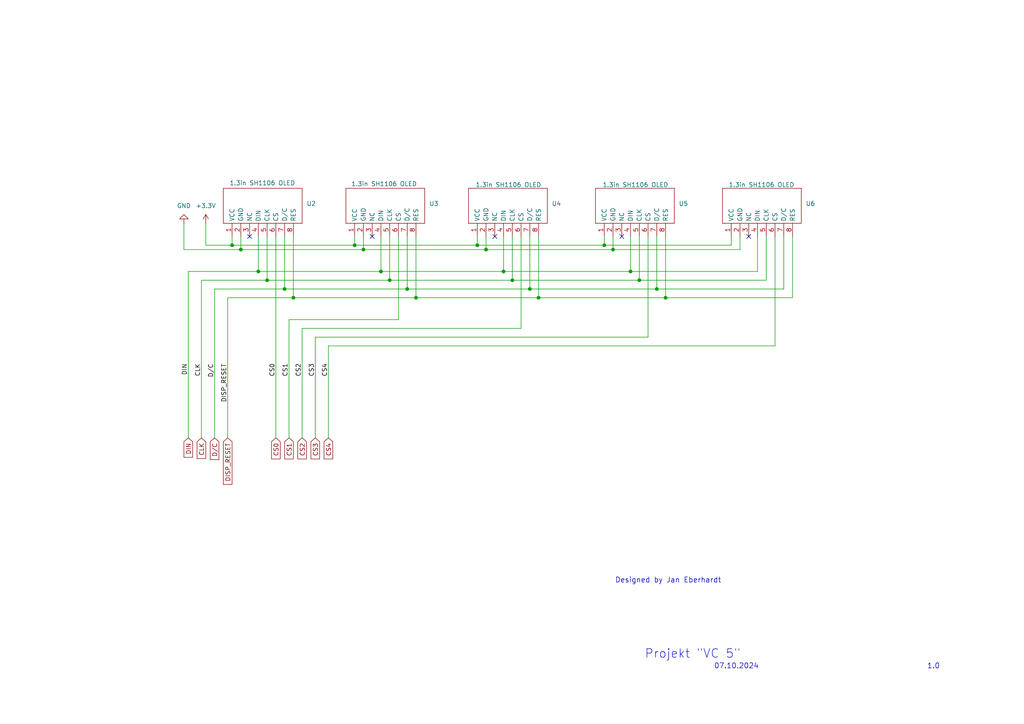
<source format=kicad_sch>
(kicad_sch (version 20231120) (generator "eeschema") (generator_version "8.0")
  (paper "A4")
  (lib_symbols
    (symbol "VC5_display:Display,_8_pin"
      (property "Reference" "U" (at 0 0 0))
      (symbol "Display,_8_pin_0_1"
        (rectangle (start -24.13 -7.62) (end -17.78 -7.62))
        (rectangle (start -24.13 2.54) (end -24.13 -7.62))
        (rectangle (start -17.78 -7.62) (end -2.54 -7.62))
        (rectangle (start -17.78 2.54) (end -24.13 2.54))
        (rectangle (start -2.54 -7.62) (end -1.27 -7.62))
        (rectangle (start -2.54 2.54) (end -17.78 2.54))
        (rectangle (start -2.54 2.54) (end -1.27 2.54))
        (rectangle (start -1.27 2.54) (end -1.27 -7.62))
      )
      (symbol "Display,_8_pin_1_1"
        (pin power_in line (at -21.59 -11.43 90) (length 3.81) (name "VCC") (number "1"))
        (pin power_in line (at -19.05 -11.43 90) (length 3.81) (name "GND") (number "2"))
        (pin input line (at -16.51 -11.43 90) (length 3.81) (name "NC") (number "3"))
        (pin input line (at -13.97 -11.43 90) (length 3.81) (name "DIN") (number "4"))
        (pin input line (at -11.43 -11.43 90) (length 3.81) (name "CLK") (number "5"))
        (pin input line (at -8.89 -11.43 90) (length 3.81) (name "CS") (number "6"))
        (pin input line (at -6.35 -11.43 90) (length 3.81) (name "D/C") (number "7"))
        (pin input line (at -3.81 -11.43 90) (length 3.81) (name "RES") (number "8"))
      )
    )
    (symbol "power:+3.3V" (power) (pin_numbers hide) (pin_names (offset 0) hide)
      (property "Value" "+3.3V" (at 0 3.556 0))
      (symbol "+3.3V_0_1"
        (polyline (pts (xy -0.762 1.27) (xy 0 2.54)))
        (polyline (pts (xy 0 0) (xy 0 2.54)))
        (polyline (pts (xy 0 2.54) (xy 0.762 1.27)))
      )
      (symbol "+3.3V_1_1"
        (pin power_in line (at 0 0 90) (length 0) (name "~") (number "1"))
      )
    )
    (symbol "power:GND" (power) (pin_numbers hide) (pin_names (offset 0) hide)
      (property "Value" "GND" (at 0 -3.81 0))
      (symbol "GND_0_1"
        (polyline (pts (xy 0 0) (xy 0 -1.27) (xy 1.27 -1.27) (xy 0 -2.54) (xy -1.27 -1.27) (xy 0 -1.27)))
      )
      (symbol "GND_1_1"
        (pin power_in line (at 0 0 270) (length 0) (name "~") (number "1"))
      )
    )
  )
  (junction (at 138.43 71.12))
  (junction (at 120.65 86.36))
  (junction (at 193.04 86.36))
  (junction (at 113.03 81.28))
  (junction (at 102.87 71.12))
  (junction (at 105.41 72.39))
  (junction (at 110.49 78.74))
  (junction (at 140.97 72.39))
  (junction (at 67.31 71.12))
  (junction (at 177.8 72.39))
  (junction (at 77.47 81.28))
  (junction (at 74.93 78.74))
  (junction (at 156.21 86.36))
  (junction (at 182.88 78.74))
  (junction (at 185.42 81.28))
  (junction (at 82.55 83.82))
  (junction (at 69.85 72.39))
  (junction (at 85.09 86.36))
  (junction (at 153.67 83.82))
  (junction (at 148.59 81.28))
  (junction (at 175.26 71.12))
  (junction (at 146.05 78.74))
  (junction (at 118.11 83.82))
  (junction (at 190.5 83.82))
  (no_connect (at 217.17 68.58))
  (no_connect (at 72.39 68.58))
  (no_connect (at 107.95 68.58))
  (no_connect (at 143.51 68.58))
  (no_connect (at 180.34 68.58))
  (wire (pts (xy 54.61 78.74) (xy 74.93 78.74)))
  (wire (pts (xy 83.82 92.71) (xy 83.82 127)))
  (wire (pts (xy 156.21 86.36) (xy 120.65 86.36)))
  (wire (pts (xy 87.63 95.25) (xy 87.63 127)))
  (wire (pts (xy 91.44 127) (xy 91.44 97.79)))
  (wire (pts (xy 146.05 78.74) (xy 182.88 78.74)))
  (wire (pts (xy 113.03 81.28) (xy 148.59 81.28)))
  (wire (pts (xy 148.59 81.28) (xy 148.59 68.58)))
  (wire (pts (xy 95.25 100.33) (xy 224.79 100.33)))
  (wire (pts (xy 87.63 95.25) (xy 151.13 95.25)))
  (wire (pts (xy 227.33 83.82) (xy 227.33 68.58)))
  (wire (pts (xy 140.97 68.58) (xy 140.97 72.39)))
  (wire (pts (xy 151.13 95.25) (xy 151.13 68.58)))
  (wire (pts (xy 62.23 83.82) (xy 82.55 83.82)))
  (wire (pts (xy 74.93 68.58) (xy 74.93 78.74)))
  (wire (pts (xy 105.41 68.58) (xy 105.41 72.39)))
  (wire (pts (xy 83.82 92.71) (xy 115.57 92.71)))
  (wire (pts (xy 140.97 72.39) (xy 105.41 72.39)))
  (wire (pts (xy 224.79 100.33) (xy 224.79 68.58)))
  (wire (pts (xy 182.88 78.74) (xy 219.71 78.74)))
  (wire (pts (xy 82.55 83.82) (xy 82.55 68.58)))
  (wire (pts (xy 229.87 68.58) (xy 229.87 86.36)))
  (wire (pts (xy 177.8 68.58) (xy 177.8 72.39)))
  (wire (pts (xy 190.5 83.82) (xy 227.33 83.82)))
  (wire (pts (xy 54.61 78.74) (xy 54.61 127)))
  (wire (pts (xy 212.09 71.12) (xy 175.26 71.12)))
  (wire (pts (xy 110.49 68.58) (xy 110.49 78.74)))
  (wire (pts (xy 66.04 86.36) (xy 85.09 86.36)))
  (wire (pts (xy 193.04 68.58) (xy 193.04 86.36)))
  (wire (pts (xy 193.04 86.36) (xy 156.21 86.36)))
  (wire (pts (xy 74.93 78.74) (xy 110.49 78.74)))
  (wire (pts (xy 110.49 78.74) (xy 146.05 78.74)))
  (wire (pts (xy 105.41 72.39) (xy 69.85 72.39)))
  (wire (pts (xy 190.5 83.82) (xy 190.5 68.58)))
  (wire (pts (xy 219.71 78.74) (xy 219.71 68.58)))
  (wire (pts (xy 118.11 83.82) (xy 118.11 68.58)))
  (wire (pts (xy 102.87 71.12) (xy 67.31 71.12)))
  (wire (pts (xy 66.04 86.36) (xy 66.04 127)))
  (wire (pts (xy 59.69 64.77) (xy 59.69 71.12)))
  (wire (pts (xy 212.09 68.58) (xy 212.09 71.12)))
  (wire (pts (xy 182.88 68.58) (xy 182.88 78.74)))
  (wire (pts (xy 177.8 72.39) (xy 140.97 72.39)))
  (wire (pts (xy 69.85 68.58) (xy 69.85 72.39)))
  (wire (pts (xy 120.65 68.58) (xy 120.65 86.36)))
  (wire (pts (xy 58.42 81.28) (xy 77.47 81.28)))
  (wire (pts (xy 118.11 83.82) (xy 153.67 83.82)))
  (wire (pts (xy 67.31 68.58) (xy 67.31 71.12)))
  (wire (pts (xy 58.42 81.28) (xy 58.42 127)))
  (wire (pts (xy 138.43 68.58) (xy 138.43 71.12)))
  (wire (pts (xy 95.25 127) (xy 95.25 100.33)))
  (wire (pts (xy 82.55 83.82) (xy 118.11 83.82)))
  (wire (pts (xy 85.09 68.58) (xy 85.09 86.36)))
  (wire (pts (xy 67.31 71.12) (xy 59.69 71.12)))
  (wire (pts (xy 148.59 81.28) (xy 185.42 81.28)))
  (wire (pts (xy 113.03 81.28) (xy 113.03 68.58)))
  (wire (pts (xy 77.47 68.58) (xy 77.47 81.28)))
  (wire (pts (xy 53.34 72.39) (xy 69.85 72.39)))
  (wire (pts (xy 138.43 71.12) (xy 102.87 71.12)))
  (wire (pts (xy 77.47 81.28) (xy 113.03 81.28)))
  (wire (pts (xy 214.63 72.39) (xy 177.8 72.39)))
  (wire (pts (xy 53.34 64.77) (xy 53.34 72.39)))
  (wire (pts (xy 175.26 68.58) (xy 175.26 71.12)))
  (wire (pts (xy 153.67 83.82) (xy 190.5 83.82)))
  (wire (pts (xy 153.67 83.82) (xy 153.67 68.58)))
  (wire (pts (xy 80.01 68.58) (xy 80.01 127)))
  (wire (pts (xy 222.25 81.28) (xy 222.25 68.58)))
  (wire (pts (xy 185.42 81.28) (xy 185.42 68.58)))
  (wire (pts (xy 91.44 97.79) (xy 187.96 97.79)))
  (wire (pts (xy 187.96 97.79) (xy 187.96 68.58)))
  (wire (pts (xy 229.87 86.36) (xy 193.04 86.36)))
  (wire (pts (xy 185.42 81.28) (xy 222.25 81.28)))
  (wire (pts (xy 102.87 68.58) (xy 102.87 71.12)))
  (wire (pts (xy 120.65 86.36) (xy 85.09 86.36)))
  (wire (pts (xy 156.21 68.58) (xy 156.21 86.36)))
  (wire (pts (xy 146.05 68.58) (xy 146.05 78.74)))
  (wire (pts (xy 115.57 92.71) (xy 115.57 68.58)))
  (wire (pts (xy 214.63 68.58) (xy 214.63 72.39)))
  (wire (pts (xy 175.26 71.12) (xy 138.43 71.12)))
  (wire (pts (xy 62.23 83.82) (xy 62.23 127)))
  (text "Designed by Jan Eberhardt" (at 193.802 168.402 0) (effects (font (size 1.5 1.5))))
  (text "07.10.2024" (at 213.614 193.294 0) (effects (font (size 1.5 1.5))))
  (text "Projekt \"VC 5\"" (at 200.914 189.738 0) (effects (font (size 2.5 2.5))))
  (text "1.0" (at 270.764 193.294 0) (effects (font (size 1.5 1.5))))
  (label "CLK" (at 58.42 105.41 270))
  (label "CS4" (at 95.25 109.22 90))
  (label "CS3" (at 91.44 109.22 90))
  (label "D{slash}C" (at 62.23 105.41 270))
  (label "DISP_RESET" (at 66.04 105.41 270))
  (label "CS0" (at 80.01 109.22 90))
  (label "CS1" (at 83.82 109.22 90))
  (label "CS2" (at 87.63 109.22 90))
  (label "DIN" (at 54.61 105.41 270))
  (global_label "CS4" (shape input) (at 95.25 127 270) (property "Intersheetrefs" "${INTERSHEET_REFS}" (effects (hide yes))))
  (global_label "CS2" (shape input) (at 87.63 127 270) (property "Intersheetrefs" "${INTERSHEET_REFS}" (effects (hide yes))))
  (global_label "CLK" (shape input) (at 58.42 127 270) (property "Intersheetrefs" "${INTERSHEET_REFS}" (effects (hide yes))))
  (global_label "CS3" (shape input) (at 91.44 127 270) (property "Intersheetrefs" "${INTERSHEET_REFS}" (effects (hide yes))))
  (global_label "DIN" (shape input) (at 54.61 127 270) (property "Intersheetrefs" "${INTERSHEET_REFS}" (effects (hide yes))))
  (global_label "D{slash}C" (shape input) (at 62.23 127 270) (property "Intersheetrefs" "${INTERSHEET_REFS}" (effects (hide yes))))
  (global_label "CS0" (shape input) (at 80.01 127 270) (property "Intersheetrefs" "${INTERSHEET_REFS}" (effects (hide yes))))
  (global_label "DISP_RESET" (shape input) (at 66.04 127 270) (property "Intersheetrefs" "${INTERSHEET_REFS}" (effects (hide yes))))
  (global_label "CS1" (shape input) (at 83.82 127 270) (property "Intersheetrefs" "${INTERSHEET_REFS}" (effects (hide yes))))
  (symbol (lib_id "power:GND") (at 53.34 64.77 180) (unit 1)
    (property "Reference" "#PWR014" (effects (hide yes)))
    (property "Value" "GND" (at 53.34 59.69 0))
    (property "Description" "Power symbol creates a global label with name \"GND\" , ground" (effects (hide yes)))
  )
  (symbol (lib_id "VC5_display:Display,_8_pin") (at 196.85 57.15 0) (unit 1)
    (property "Reference" "U5" (at 196.85 59.0549 0) (effects (justify left)))
    (property "Value" "1.3in SH1106 OLED" (at 174.752 53.594 0) (effects (justify left)))
    (property "Footprint" "Waveshare_displays:WaveShare_1in3_OLED_SH1106" (effects (hide yes)))
    (property "Datasheet" "https://www.waveshare.com/wiki/1.3inch_OLED_(B)#Overview" (effects (hide yes)))
  )
  (symbol (lib_id "power:+3.3V") (at 59.69 64.77 0) (unit 1)
    (property "Reference" "#PWR015" (effects (hide yes)))
    (property "Value" "+3.3V" (at 59.69 59.69 0))
    (property "Description" "Power symbol creates a global label with name \"+3.3V\"" (effects (hide yes)))
  )
  (symbol (lib_id "VC5_display:Display,_8_pin") (at 124.46 57.15 0) (unit 1)
    (property "Reference" "U3" (at 124.46 59.0549 0) (effects (justify left)))
    (property "Value" "1.3in SH1106 OLED" (at 101.854 53.34 0) (effects (justify left)))
    (property "Footprint" "Waveshare_displays:WaveShare_1in3_OLED_SH1106" (effects (hide yes)))
    (property "Datasheet" "https://www.waveshare.com/wiki/1.3inch_OLED_(B)#Overview" (effects (hide yes)))
  )
  (symbol (lib_id "VC5_display:Display,_8_pin") (at 160.02 57.15 0) (unit 1)
    (property "Reference" "U4" (at 160.02 59.0549 0) (effects (justify left)))
    (property "Value" "1.3in SH1106 OLED" (at 137.922 53.594 0) (effects (justify left)))
    (property "Footprint" "Waveshare_displays:WaveShare_1in3_OLED_SH1106" (effects (hide yes)))
    (property "Datasheet" "https://www.waveshare.com/wiki/1.3inch_OLED_(B)#Overview" (effects (hide yes)))
  )
  (symbol (lib_id "VC5_display:Display,_8_pin") (at 88.9 57.15 0) (unit 1)
    (property "Reference" "U2" (at 88.9 59.0549 0) (effects (justify left)))
    (property "Value" "1.3in SH1106 OLED" (at 66.548 53.086 0) (effects (justify left)))
    (property "Footprint" "Waveshare_displays:WaveShare_1in3_OLED_SH1106" (effects (hide yes)))
    (property "Datasheet" "https://www.waveshare.com/wiki/1.3inch_OLED_(B)#Overview" (effects (hide yes)))
  )
  (symbol (lib_id "VC5_display:Display,_8_pin") (at 233.68 57.15 0) (unit 1)
    (property "Reference" "U6" (at 233.68 59.0549 0) (effects (justify left)))
    (property "Value" "1.3in SH1106 OLED" (at 211.328 53.594 0) (effects (justify left)))
    (property "Footprint" "Waveshare_displays:WaveShare_1in3_OLED_SH1106" (effects (hide yes)))
    (property "Datasheet" "https://www.waveshare.com/wiki/1.3inch_OLED_(B)#Overview" (effects (hide yes)))
  )
)
</source>
